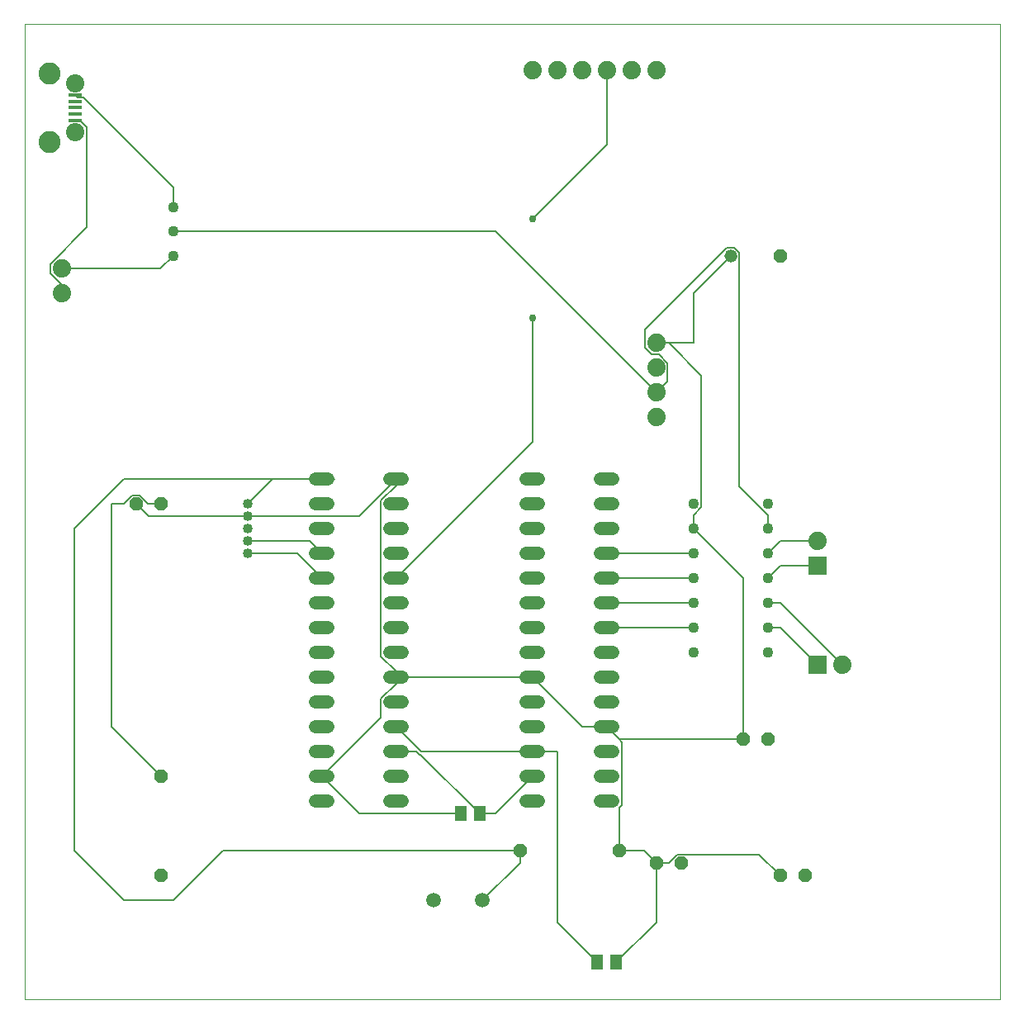
<source format=gtl>
G75*
%MOIN*%
%OFA0B0*%
%FSLAX25Y25*%
%IPPOS*%
%LPD*%
%AMOC8*
5,1,8,0,0,1.08239X$1,22.5*
%
%ADD10C,0.00000*%
%ADD11C,0.07400*%
%ADD12OC8,0.05200*%
%ADD13C,0.05200*%
%ADD14R,0.07400X0.07400*%
%ADD15R,0.05118X0.06299*%
%ADD16C,0.05200*%
%ADD17R,0.05315X0.01575*%
%ADD18C,0.07382*%
%ADD19C,0.08858*%
%ADD20C,0.04362*%
%ADD21C,0.04000*%
%ADD22C,0.05937*%
%ADD23C,0.00600*%
%ADD24C,0.02978*%
D10*
X0001300Y0001300D02*
X0001300Y0395001D01*
X0395001Y0395001D01*
X0395001Y0001300D01*
X0001300Y0001300D01*
D11*
X0256300Y0236300D03*
X0256300Y0246300D03*
X0256300Y0256300D03*
X0256300Y0266300D03*
X0321300Y0186300D03*
X0331300Y0136300D03*
X0256300Y0376300D03*
X0246300Y0376300D03*
X0236300Y0376300D03*
X0226300Y0376300D03*
X0216300Y0376300D03*
X0206300Y0376300D03*
X0016300Y0296300D03*
X0016300Y0286300D03*
D12*
X0046300Y0201300D03*
X0056300Y0201300D03*
X0056300Y0091300D03*
X0056300Y0051300D03*
X0201300Y0061300D03*
X0241300Y0061300D03*
X0256300Y0056300D03*
X0266300Y0056300D03*
X0306300Y0051300D03*
X0316300Y0051300D03*
X0301300Y0106300D03*
X0291300Y0106300D03*
X0306300Y0301300D03*
D13*
X0286300Y0301300D03*
D14*
X0321300Y0176300D03*
X0321300Y0136300D03*
D15*
X0240040Y0016300D03*
X0232560Y0016300D03*
X0185040Y0076300D03*
X0177560Y0076300D03*
D16*
X0153900Y0081300D02*
X0148700Y0081300D01*
X0148700Y0091300D02*
X0153900Y0091300D01*
X0153900Y0101300D02*
X0148700Y0101300D01*
X0148700Y0111300D02*
X0153900Y0111300D01*
X0153900Y0121300D02*
X0148700Y0121300D01*
X0148700Y0131300D02*
X0153900Y0131300D01*
X0153900Y0141300D02*
X0148700Y0141300D01*
X0148700Y0151300D02*
X0153900Y0151300D01*
X0153900Y0161300D02*
X0148700Y0161300D01*
X0148700Y0171300D02*
X0153900Y0171300D01*
X0153900Y0181300D02*
X0148700Y0181300D01*
X0148700Y0191300D02*
X0153900Y0191300D01*
X0153900Y0201300D02*
X0148700Y0201300D01*
X0148700Y0211300D02*
X0153900Y0211300D01*
X0123900Y0211300D02*
X0118700Y0211300D01*
X0118700Y0201300D02*
X0123900Y0201300D01*
X0123900Y0191300D02*
X0118700Y0191300D01*
X0118700Y0181300D02*
X0123900Y0181300D01*
X0123900Y0171300D02*
X0118700Y0171300D01*
X0118700Y0161300D02*
X0123900Y0161300D01*
X0123900Y0151300D02*
X0118700Y0151300D01*
X0118700Y0141300D02*
X0123900Y0141300D01*
X0123900Y0131300D02*
X0118700Y0131300D01*
X0118700Y0121300D02*
X0123900Y0121300D01*
X0123900Y0111300D02*
X0118700Y0111300D01*
X0118700Y0101300D02*
X0123900Y0101300D01*
X0123900Y0091300D02*
X0118700Y0091300D01*
X0118700Y0081300D02*
X0123900Y0081300D01*
X0203700Y0081300D02*
X0208900Y0081300D01*
X0208900Y0091300D02*
X0203700Y0091300D01*
X0203700Y0101300D02*
X0208900Y0101300D01*
X0208900Y0111300D02*
X0203700Y0111300D01*
X0203700Y0121300D02*
X0208900Y0121300D01*
X0208900Y0131300D02*
X0203700Y0131300D01*
X0203700Y0141300D02*
X0208900Y0141300D01*
X0208900Y0151300D02*
X0203700Y0151300D01*
X0203700Y0161300D02*
X0208900Y0161300D01*
X0208900Y0171300D02*
X0203700Y0171300D01*
X0203700Y0181300D02*
X0208900Y0181300D01*
X0208900Y0191300D02*
X0203700Y0191300D01*
X0203700Y0201300D02*
X0208900Y0201300D01*
X0208900Y0211300D02*
X0203700Y0211300D01*
X0233700Y0211300D02*
X0238900Y0211300D01*
X0238900Y0201300D02*
X0233700Y0201300D01*
X0233700Y0191300D02*
X0238900Y0191300D01*
X0238900Y0181300D02*
X0233700Y0181300D01*
X0233700Y0171300D02*
X0238900Y0171300D01*
X0238900Y0161300D02*
X0233700Y0161300D01*
X0233700Y0151300D02*
X0238900Y0151300D01*
X0238900Y0141300D02*
X0233700Y0141300D01*
X0233700Y0131300D02*
X0238900Y0131300D01*
X0238900Y0121300D02*
X0233700Y0121300D01*
X0233700Y0111300D02*
X0238900Y0111300D01*
X0238900Y0101300D02*
X0233700Y0101300D01*
X0233700Y0091300D02*
X0238900Y0091300D01*
X0238900Y0081300D02*
X0233700Y0081300D01*
D17*
X0021930Y0356182D03*
X0021930Y0358741D03*
X0021930Y0361300D03*
X0021930Y0363859D03*
X0021930Y0366418D03*
D18*
X0021930Y0371143D03*
X0021930Y0351457D03*
D19*
X0011300Y0347520D03*
X0011300Y0375080D03*
D20*
X0061300Y0321143D03*
X0061300Y0311300D03*
X0061300Y0301457D03*
X0271300Y0201300D03*
X0271300Y0191300D03*
X0271300Y0181300D03*
X0271300Y0171300D03*
X0271300Y0161300D03*
X0271300Y0151300D03*
X0271300Y0141300D03*
X0301300Y0141300D03*
X0301300Y0151300D03*
X0301300Y0161300D03*
X0301300Y0171300D03*
X0301300Y0181300D03*
X0301300Y0191300D03*
X0301300Y0201300D03*
D21*
X0091300Y0201300D03*
X0091300Y0196300D03*
X0091300Y0191300D03*
X0091300Y0186300D03*
X0091300Y0181300D03*
D22*
X0166457Y0041300D03*
X0186143Y0041300D03*
D23*
X0201300Y0056457D01*
X0201300Y0061300D01*
X0081300Y0061300D01*
X0061300Y0041300D01*
X0041300Y0041300D01*
X0021300Y0061300D01*
X0021300Y0191300D01*
X0041300Y0211300D01*
X0121300Y0211300D01*
X0126300Y0211300D01*
X0121300Y0211300D02*
X0101300Y0211300D01*
X0091300Y0201300D01*
X0091300Y0196300D02*
X0051300Y0196300D01*
X0046300Y0201300D01*
X0044850Y0204800D02*
X0041350Y0201300D01*
X0036300Y0201300D01*
X0036300Y0111300D01*
X0056300Y0091300D01*
X0121300Y0091300D02*
X0136300Y0076300D01*
X0177560Y0076300D01*
X0185040Y0076300D02*
X0191300Y0076300D01*
X0206300Y0091300D01*
X0206300Y0101300D02*
X0161300Y0101300D01*
X0151300Y0111300D01*
X0145200Y0115200D02*
X0145200Y0122750D01*
X0151300Y0128850D01*
X0151300Y0131300D01*
X0151300Y0133750D01*
X0145200Y0139850D01*
X0145200Y0202750D01*
X0151300Y0208850D01*
X0151300Y0211300D01*
X0136300Y0196300D01*
X0091300Y0196300D01*
X0091300Y0186300D02*
X0116300Y0186300D01*
X0121300Y0181300D01*
X0111300Y0181300D02*
X0121300Y0171300D01*
X0111300Y0181300D02*
X0091300Y0181300D01*
X0056300Y0201300D02*
X0051250Y0201300D01*
X0047750Y0204800D01*
X0044850Y0204800D01*
X0016300Y0286300D02*
X0016300Y0289795D01*
X0011700Y0294395D01*
X0011700Y0298205D01*
X0026521Y0313026D01*
X0026521Y0353359D01*
X0023832Y0356048D01*
X0022063Y0356048D01*
X0021930Y0356182D01*
X0022802Y0365546D02*
X0024960Y0365546D01*
X0061300Y0329207D01*
X0061300Y0321143D01*
X0061300Y0311300D02*
X0191300Y0311300D01*
X0256300Y0246300D01*
X0260900Y0250900D01*
X0260900Y0258205D01*
X0257405Y0261700D01*
X0254395Y0261700D01*
X0251700Y0264395D01*
X0251700Y0271650D01*
X0284850Y0304800D01*
X0287750Y0304800D01*
X0289800Y0302750D01*
X0289800Y0208443D01*
X0301300Y0196943D01*
X0301300Y0191300D01*
X0306300Y0186300D02*
X0321300Y0186300D01*
X0321300Y0176300D02*
X0306300Y0176300D01*
X0301300Y0171300D01*
X0301300Y0181300D02*
X0306300Y0186300D01*
X0291300Y0171300D02*
X0291300Y0106300D01*
X0241300Y0106300D01*
X0242400Y0105200D01*
X0242400Y0079850D01*
X0241300Y0078750D01*
X0241300Y0061300D01*
X0251300Y0061300D01*
X0256300Y0056300D01*
X0256300Y0032560D01*
X0240040Y0016300D01*
X0232560Y0016300D02*
X0216300Y0032560D01*
X0216300Y0101300D01*
X0206300Y0101300D01*
X0226300Y0111300D02*
X0206300Y0131300D01*
X0151300Y0131300D01*
X0145200Y0115200D02*
X0121300Y0091300D01*
X0151300Y0101300D02*
X0159603Y0101300D01*
X0160803Y0100100D01*
X0161240Y0100100D01*
X0185040Y0076300D01*
X0226300Y0111300D02*
X0236300Y0111300D01*
X0241300Y0106300D01*
X0264850Y0059800D02*
X0297800Y0059800D01*
X0306300Y0051300D01*
X0264850Y0059800D02*
X0261350Y0056300D01*
X0256300Y0056300D01*
X0321300Y0136300D02*
X0306300Y0151300D01*
X0301300Y0151300D01*
X0301300Y0161300D02*
X0306300Y0161300D01*
X0331300Y0136300D01*
X0291300Y0171300D02*
X0271300Y0191300D01*
X0271300Y0196943D01*
X0274381Y0200024D01*
X0274381Y0253219D01*
X0261300Y0266300D01*
X0256300Y0266300D01*
X0271300Y0266300D01*
X0271300Y0286300D01*
X0286300Y0301300D01*
X0236300Y0346300D02*
X0236300Y0376300D01*
X0236300Y0346300D02*
X0206300Y0316300D01*
X0206300Y0276300D02*
X0206300Y0226300D01*
X0151300Y0171300D01*
X0236300Y0171300D02*
X0271300Y0171300D01*
X0271300Y0181300D02*
X0236300Y0181300D01*
X0236300Y0161300D02*
X0271300Y0161300D01*
X0271300Y0151300D02*
X0236300Y0151300D01*
X0061300Y0301457D02*
X0056143Y0296300D01*
X0016300Y0296300D01*
X0022802Y0365546D02*
X0021930Y0366418D01*
D24*
X0206300Y0316300D03*
X0206300Y0276300D03*
M02*

</source>
